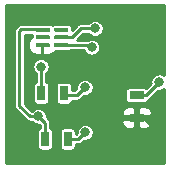
<source format=gbr>
%TF.GenerationSoftware,KiCad,Pcbnew,(5.1.6)-1*%
%TF.CreationDate,2021-03-06T11:00:20-06:00*%
%TF.ProjectId,tsl2591_smaller,74736c32-3539-4315-9f73-6d616c6c6572,rev?*%
%TF.SameCoordinates,Original*%
%TF.FileFunction,Copper,L1,Top*%
%TF.FilePolarity,Positive*%
%FSLAX46Y46*%
G04 Gerber Fmt 4.6, Leading zero omitted, Abs format (unit mm)*
G04 Created by KiCad (PCBNEW (5.1.6)-1) date 2021-03-06 11:00:20*
%MOMM*%
%LPD*%
G01*
G04 APERTURE LIST*
%TA.AperFunction,SMDPad,CuDef*%
%ADD10C,0.100000*%
%TD*%
%TA.AperFunction,SMDPad,CuDef*%
%ADD11R,0.700000X1.300000*%
%TD*%
%TA.AperFunction,SMDPad,CuDef*%
%ADD12R,1.300000X0.700000*%
%TD*%
%TA.AperFunction,ViaPad*%
%ADD13C,0.800000*%
%TD*%
%TA.AperFunction,Conductor*%
%ADD14C,0.250000*%
%TD*%
%TA.AperFunction,Conductor*%
%ADD15C,0.254000*%
%TD*%
G04 APERTURE END LIST*
%TA.AperFunction,SMDPad,CuDef*%
D10*
%TO.P,U1,1*%
%TO.N,/SCL_out*%
G36*
X182175000Y-78625000D02*
G01*
X180975000Y-78625000D01*
X180975000Y-78275000D01*
X182175000Y-78275000D01*
X182175000Y-78625000D01*
G37*
%TD.AperFunction*%
%TA.AperFunction,SMDPad,CuDef*%
%TO.P,U1,3*%
%TO.N,GND*%
G36*
X182000098Y-79574510D02*
G01*
X182000191Y-79574538D01*
X182000278Y-79574584D01*
X182000354Y-79574646D01*
X182000416Y-79574722D01*
X182000462Y-79574809D01*
X182000490Y-79574902D01*
X182000500Y-79575000D01*
X182000500Y-79575211D01*
X182008587Y-79575211D01*
X182025678Y-79576894D01*
X182042522Y-79580245D01*
X182058956Y-79585230D01*
X182074822Y-79591802D01*
X182089968Y-79599897D01*
X182104247Y-79609439D01*
X182117523Y-79620334D01*
X182129666Y-79632477D01*
X182140561Y-79645753D01*
X182150103Y-79660032D01*
X182158198Y-79675178D01*
X182164770Y-79691044D01*
X182169755Y-79707478D01*
X182173106Y-79724322D01*
X182174789Y-79741413D01*
X182174789Y-79758587D01*
X182173106Y-79775678D01*
X182169755Y-79792522D01*
X182164770Y-79808956D01*
X182158198Y-79824822D01*
X182150103Y-79839968D01*
X182140561Y-79854247D01*
X182129666Y-79867523D01*
X182117523Y-79879666D01*
X182104247Y-79890561D01*
X182089968Y-79900103D01*
X182074822Y-79908198D01*
X182058956Y-79914770D01*
X182042522Y-79919755D01*
X182025678Y-79923106D01*
X182008587Y-79924789D01*
X182000500Y-79924789D01*
X182000500Y-79925000D01*
X182000490Y-79925098D01*
X182000462Y-79925191D01*
X182000416Y-79925278D01*
X182000354Y-79925354D01*
X182000278Y-79925416D01*
X182000191Y-79925462D01*
X182000098Y-79925490D01*
X182000000Y-79925500D01*
X180975000Y-79925500D01*
X180974902Y-79925490D01*
X180974809Y-79925462D01*
X180974722Y-79925416D01*
X180974646Y-79925354D01*
X180974584Y-79925278D01*
X180974538Y-79925191D01*
X180974510Y-79925098D01*
X180974500Y-79925000D01*
X180974500Y-79575000D01*
X180974510Y-79574902D01*
X180974538Y-79574809D01*
X180974584Y-79574722D01*
X180974646Y-79574646D01*
X180974722Y-79574584D01*
X180974809Y-79574538D01*
X180974902Y-79574510D01*
X180975000Y-79574500D01*
X182000000Y-79574500D01*
X182000098Y-79574510D01*
G37*
%TD.AperFunction*%
%TA.AperFunction,SMDPad,CuDef*%
%TO.P,U1,6*%
%TO.N,/SDA_out*%
G36*
X182649902Y-79925490D02*
G01*
X182649809Y-79925462D01*
X182649722Y-79925416D01*
X182649646Y-79925354D01*
X182649584Y-79925278D01*
X182649538Y-79925191D01*
X182649510Y-79925098D01*
X182649500Y-79925000D01*
X182649500Y-79924789D01*
X182641413Y-79924789D01*
X182624322Y-79923106D01*
X182607478Y-79919755D01*
X182591044Y-79914770D01*
X182575178Y-79908198D01*
X182560032Y-79900103D01*
X182545753Y-79890561D01*
X182532477Y-79879666D01*
X182520334Y-79867523D01*
X182509439Y-79854247D01*
X182499897Y-79839968D01*
X182491802Y-79824822D01*
X182485230Y-79808956D01*
X182480245Y-79792522D01*
X182476894Y-79775678D01*
X182475211Y-79758587D01*
X182475211Y-79741413D01*
X182476894Y-79724322D01*
X182480245Y-79707478D01*
X182485230Y-79691044D01*
X182491802Y-79675178D01*
X182499897Y-79660032D01*
X182509439Y-79645753D01*
X182520334Y-79632477D01*
X182532477Y-79620334D01*
X182545753Y-79609439D01*
X182560032Y-79599897D01*
X182575178Y-79591802D01*
X182591044Y-79585230D01*
X182607478Y-79580245D01*
X182624322Y-79576894D01*
X182641413Y-79575211D01*
X182649500Y-79575211D01*
X182649500Y-79575000D01*
X182649510Y-79574902D01*
X182649538Y-79574809D01*
X182649584Y-79574722D01*
X182649646Y-79574646D01*
X182649722Y-79574584D01*
X182649809Y-79574538D01*
X182649902Y-79574510D01*
X182650000Y-79574500D01*
X183675000Y-79574500D01*
X183675098Y-79574510D01*
X183675191Y-79574538D01*
X183675278Y-79574584D01*
X183675354Y-79574646D01*
X183675416Y-79574722D01*
X183675462Y-79574809D01*
X183675490Y-79574902D01*
X183675500Y-79575000D01*
X183675500Y-79925000D01*
X183675490Y-79925098D01*
X183675462Y-79925191D01*
X183675416Y-79925278D01*
X183675354Y-79925354D01*
X183675278Y-79925416D01*
X183675191Y-79925462D01*
X183675098Y-79925490D01*
X183675000Y-79925500D01*
X182650000Y-79925500D01*
X182649902Y-79925490D01*
G37*
%TD.AperFunction*%
%TA.AperFunction,SMDPad,CuDef*%
%TO.P,U1,4*%
%TO.N,N/C*%
G36*
X182649902Y-78625490D02*
G01*
X182649809Y-78625462D01*
X182649722Y-78625416D01*
X182649646Y-78625354D01*
X182649584Y-78625278D01*
X182649538Y-78625191D01*
X182649510Y-78625098D01*
X182649500Y-78625000D01*
X182649500Y-78624789D01*
X182641413Y-78624789D01*
X182624322Y-78623106D01*
X182607478Y-78619755D01*
X182591044Y-78614770D01*
X182575178Y-78608198D01*
X182560032Y-78600103D01*
X182545753Y-78590561D01*
X182532477Y-78579666D01*
X182520334Y-78567523D01*
X182509439Y-78554247D01*
X182499897Y-78539968D01*
X182491802Y-78524822D01*
X182485230Y-78508956D01*
X182480245Y-78492522D01*
X182476894Y-78475678D01*
X182475211Y-78458587D01*
X182475211Y-78441413D01*
X182476894Y-78424322D01*
X182480245Y-78407478D01*
X182485230Y-78391044D01*
X182491802Y-78375178D01*
X182499897Y-78360032D01*
X182509439Y-78345753D01*
X182520334Y-78332477D01*
X182532477Y-78320334D01*
X182545753Y-78309439D01*
X182560032Y-78299897D01*
X182575178Y-78291802D01*
X182591044Y-78285230D01*
X182607478Y-78280245D01*
X182624322Y-78276894D01*
X182641413Y-78275211D01*
X182649500Y-78275211D01*
X182649500Y-78275000D01*
X182649510Y-78274902D01*
X182649538Y-78274809D01*
X182649584Y-78274722D01*
X182649646Y-78274646D01*
X182649722Y-78274584D01*
X182649809Y-78274538D01*
X182649902Y-78274510D01*
X182650000Y-78274500D01*
X183675000Y-78274500D01*
X183675098Y-78274510D01*
X183675191Y-78274538D01*
X183675278Y-78274584D01*
X183675354Y-78274646D01*
X183675416Y-78274722D01*
X183675462Y-78274809D01*
X183675490Y-78274902D01*
X183675500Y-78275000D01*
X183675500Y-78625000D01*
X183675490Y-78625098D01*
X183675462Y-78625191D01*
X183675416Y-78625278D01*
X183675354Y-78625354D01*
X183675278Y-78625416D01*
X183675191Y-78625462D01*
X183675098Y-78625490D01*
X183675000Y-78625500D01*
X182650000Y-78625500D01*
X182649902Y-78625490D01*
G37*
%TD.AperFunction*%
%TA.AperFunction,SMDPad,CuDef*%
%TO.P,U1,5*%
%TO.N,+3V3*%
G36*
X182649902Y-79275490D02*
G01*
X182649809Y-79275462D01*
X182649722Y-79275416D01*
X182649646Y-79275354D01*
X182649584Y-79275278D01*
X182649538Y-79275191D01*
X182649510Y-79275098D01*
X182649500Y-79275000D01*
X182649500Y-79274789D01*
X182641413Y-79274789D01*
X182624322Y-79273106D01*
X182607478Y-79269755D01*
X182591044Y-79264770D01*
X182575178Y-79258198D01*
X182560032Y-79250103D01*
X182545753Y-79240561D01*
X182532477Y-79229666D01*
X182520334Y-79217523D01*
X182509439Y-79204247D01*
X182499897Y-79189968D01*
X182491802Y-79174822D01*
X182485230Y-79158956D01*
X182480245Y-79142522D01*
X182476894Y-79125678D01*
X182475211Y-79108587D01*
X182475211Y-79091413D01*
X182476894Y-79074322D01*
X182480245Y-79057478D01*
X182485230Y-79041044D01*
X182491802Y-79025178D01*
X182499897Y-79010032D01*
X182509439Y-78995753D01*
X182520334Y-78982477D01*
X182532477Y-78970334D01*
X182545753Y-78959439D01*
X182560032Y-78949897D01*
X182575178Y-78941802D01*
X182591044Y-78935230D01*
X182607478Y-78930245D01*
X182624322Y-78926894D01*
X182641413Y-78925211D01*
X182649500Y-78925211D01*
X182649500Y-78925000D01*
X182649510Y-78924902D01*
X182649538Y-78924809D01*
X182649584Y-78924722D01*
X182649646Y-78924646D01*
X182649722Y-78924584D01*
X182649809Y-78924538D01*
X182649902Y-78924510D01*
X182650000Y-78924500D01*
X183675000Y-78924500D01*
X183675098Y-78924510D01*
X183675191Y-78924538D01*
X183675278Y-78924584D01*
X183675354Y-78924646D01*
X183675416Y-78924722D01*
X183675462Y-78924809D01*
X183675490Y-78924902D01*
X183675500Y-78925000D01*
X183675500Y-79275000D01*
X183675490Y-79275098D01*
X183675462Y-79275191D01*
X183675416Y-79275278D01*
X183675354Y-79275354D01*
X183675278Y-79275416D01*
X183675191Y-79275462D01*
X183675098Y-79275490D01*
X183675000Y-79275500D01*
X182650000Y-79275500D01*
X182649902Y-79275490D01*
G37*
%TD.AperFunction*%
%TA.AperFunction,SMDPad,CuDef*%
%TO.P,U1,2*%
%TO.N,N/C*%
G36*
X182000098Y-78924510D02*
G01*
X182000191Y-78924538D01*
X182000278Y-78924584D01*
X182000354Y-78924646D01*
X182000416Y-78924722D01*
X182000462Y-78924809D01*
X182000490Y-78924902D01*
X182000500Y-78925000D01*
X182000500Y-78925211D01*
X182008587Y-78925211D01*
X182025678Y-78926894D01*
X182042522Y-78930245D01*
X182058956Y-78935230D01*
X182074822Y-78941802D01*
X182089968Y-78949897D01*
X182104247Y-78959439D01*
X182117523Y-78970334D01*
X182129666Y-78982477D01*
X182140561Y-78995753D01*
X182150103Y-79010032D01*
X182158198Y-79025178D01*
X182164770Y-79041044D01*
X182169755Y-79057478D01*
X182173106Y-79074322D01*
X182174789Y-79091413D01*
X182174789Y-79108587D01*
X182173106Y-79125678D01*
X182169755Y-79142522D01*
X182164770Y-79158956D01*
X182158198Y-79174822D01*
X182150103Y-79189968D01*
X182140561Y-79204247D01*
X182129666Y-79217523D01*
X182117523Y-79229666D01*
X182104247Y-79240561D01*
X182089968Y-79250103D01*
X182074822Y-79258198D01*
X182058956Y-79264770D01*
X182042522Y-79269755D01*
X182025678Y-79273106D01*
X182008587Y-79274789D01*
X182000500Y-79274789D01*
X182000500Y-79275000D01*
X182000490Y-79275098D01*
X182000462Y-79275191D01*
X182000416Y-79275278D01*
X182000354Y-79275354D01*
X182000278Y-79275416D01*
X182000191Y-79275462D01*
X182000098Y-79275490D01*
X182000000Y-79275500D01*
X180975000Y-79275500D01*
X180974902Y-79275490D01*
X180974809Y-79275462D01*
X180974722Y-79275416D01*
X180974646Y-79275354D01*
X180974584Y-79275278D01*
X180974538Y-79275191D01*
X180974510Y-79275098D01*
X180974500Y-79275000D01*
X180974500Y-78925000D01*
X180974510Y-78924902D01*
X180974538Y-78924809D01*
X180974584Y-78924722D01*
X180974646Y-78924646D01*
X180974722Y-78924584D01*
X180974809Y-78924538D01*
X180974902Y-78924510D01*
X180975000Y-78924500D01*
X182000000Y-78924500D01*
X182000098Y-78924510D01*
G37*
%TD.AperFunction*%
%TD*%
D11*
%TO.P,R2,1*%
%TO.N,+3V3*%
X183325000Y-83825000D03*
%TO.P,R2,2*%
%TO.N,/SDA_out*%
X181425000Y-83825000D03*
%TD*%
%TO.P,R1,1*%
%TO.N,+3V3*%
X183650000Y-87700000D03*
%TO.P,R1,2*%
%TO.N,/SCL_out*%
X181750000Y-87700000D03*
%TD*%
D12*
%TO.P,C1,1*%
%TO.N,GND*%
X189500000Y-85900000D03*
%TO.P,C1,2*%
%TO.N,+3V3*%
X189500000Y-84000000D03*
%TD*%
D13*
%TO.N,+3V3*%
X185125000Y-83325000D03*
X185150000Y-87125000D03*
X191400000Y-82875000D03*
X185975000Y-78325000D03*
%TO.N,GND*%
X191250000Y-87625000D03*
%TO.N,/SCL_out*%
X181175000Y-85775000D03*
%TO.N,/SDA_out*%
X181400000Y-81575000D03*
X185700000Y-79925000D03*
%TD*%
D14*
%TO.N,+3V3*%
X184450000Y-84000000D02*
X183500000Y-84000000D01*
X184450000Y-84000000D02*
X185125000Y-83325000D01*
X185125000Y-83325000D02*
X185125000Y-83325000D01*
X182650000Y-79100000D02*
X184000000Y-79100000D01*
X184000000Y-79100000D02*
X184775000Y-78325000D01*
X184775000Y-78325000D02*
X184775000Y-78325000D01*
X183650000Y-87700000D02*
X184575000Y-87700000D01*
X184575000Y-87700000D02*
X185150000Y-87125000D01*
X185150000Y-87125000D02*
X185150000Y-87125000D01*
X189500000Y-84000000D02*
X190275000Y-84000000D01*
X190275000Y-84000000D02*
X191175000Y-83100000D01*
X191175000Y-83100000D02*
X191400000Y-82875000D01*
X191400000Y-82875000D02*
X191400000Y-82875000D01*
X184775000Y-78325000D02*
X185975000Y-78325000D01*
X185975000Y-78325000D02*
X185975000Y-78325000D01*
%TO.N,GND*%
X189500000Y-85900000D02*
X190150000Y-85900000D01*
X191250000Y-87000000D02*
X191250000Y-87625000D01*
X190150000Y-85900000D02*
X191250000Y-87000000D01*
X181500000Y-79750000D02*
X181525000Y-79775000D01*
X182000000Y-79750000D02*
X181500000Y-79750000D01*
X182000000Y-79750000D02*
X181425000Y-79750000D01*
X181425000Y-79750000D02*
X181475000Y-79800000D01*
X181475000Y-79800000D02*
X181475000Y-80625000D01*
%TO.N,/SCL_out*%
X181175000Y-85775000D02*
X181750000Y-86350000D01*
X181750000Y-86350000D02*
X181750000Y-87225000D01*
X181175000Y-85775000D02*
X180450000Y-85775000D01*
X180450000Y-85775000D02*
X179575000Y-84900000D01*
X179575000Y-84900000D02*
X179575000Y-78525000D01*
X179575000Y-78525000D02*
X179675000Y-78425000D01*
X179675000Y-78425000D02*
X181400000Y-78425000D01*
%TO.N,/SDA_out*%
X181400000Y-83100000D02*
X181400000Y-83325000D01*
X182650000Y-79750000D02*
X184700000Y-79750000D01*
X181400000Y-83100000D02*
X181400000Y-81575000D01*
X181400000Y-81575000D02*
X181400000Y-81575000D01*
X184700000Y-79750000D02*
X185525000Y-79750000D01*
X185525000Y-79750000D02*
X185700000Y-79925000D01*
X185700000Y-79925000D02*
X185700000Y-79925000D01*
%TD*%
D15*
%TO.N,GND*%
G36*
X191798001Y-82266580D02*
G01*
X191744364Y-82230741D01*
X191612058Y-82175938D01*
X191471603Y-82148000D01*
X191328397Y-82148000D01*
X191187942Y-82175938D01*
X191055636Y-82230741D01*
X190936564Y-82310302D01*
X190835302Y-82411564D01*
X190755741Y-82530636D01*
X190700938Y-82662942D01*
X190673000Y-82803397D01*
X190673000Y-82946603D01*
X190675683Y-82960092D01*
X190284608Y-83351168D01*
X190275743Y-83346430D01*
X190214103Y-83327732D01*
X190150000Y-83321418D01*
X188850000Y-83321418D01*
X188785897Y-83327732D01*
X188724257Y-83346430D01*
X188667450Y-83376794D01*
X188617657Y-83417657D01*
X188576794Y-83467450D01*
X188546430Y-83524257D01*
X188527732Y-83585897D01*
X188521418Y-83650000D01*
X188521418Y-84350000D01*
X188527732Y-84414103D01*
X188546430Y-84475743D01*
X188576794Y-84532550D01*
X188617657Y-84582343D01*
X188667450Y-84623206D01*
X188724257Y-84653570D01*
X188785897Y-84672268D01*
X188850000Y-84678582D01*
X190150000Y-84678582D01*
X190214103Y-84672268D01*
X190275743Y-84653570D01*
X190332550Y-84623206D01*
X190382343Y-84582343D01*
X190423206Y-84532550D01*
X190453570Y-84475743D01*
X190472268Y-84414103D01*
X190472999Y-84406685D01*
X190527333Y-84377643D01*
X190596159Y-84321159D01*
X190610323Y-84303900D01*
X191314908Y-83599317D01*
X191328397Y-83602000D01*
X191471603Y-83602000D01*
X191612058Y-83574062D01*
X191744364Y-83519259D01*
X191798000Y-83483420D01*
X191798000Y-89773000D01*
X178402000Y-89773000D01*
X178402000Y-78525000D01*
X179120813Y-78525000D01*
X179123001Y-78547215D01*
X179123000Y-84877795D01*
X179120813Y-84900000D01*
X179123000Y-84922204D01*
X179129540Y-84988606D01*
X179155386Y-85073809D01*
X179197357Y-85152332D01*
X179253841Y-85221159D01*
X179271100Y-85235323D01*
X180114681Y-86078905D01*
X180128841Y-86096159D01*
X180197667Y-86152643D01*
X180276190Y-86194614D01*
X180361392Y-86220460D01*
X180450000Y-86229187D01*
X180472205Y-86227000D01*
X180602661Y-86227000D01*
X180610302Y-86238436D01*
X180711564Y-86339698D01*
X180830636Y-86419259D01*
X180962942Y-86474062D01*
X181103397Y-86502000D01*
X181246603Y-86502000D01*
X181260093Y-86499317D01*
X181298000Y-86537224D01*
X181298000Y-86739228D01*
X181274257Y-86746430D01*
X181217450Y-86776794D01*
X181167657Y-86817657D01*
X181126794Y-86867450D01*
X181096430Y-86924257D01*
X181077732Y-86985897D01*
X181071418Y-87050000D01*
X181071418Y-88350000D01*
X181077732Y-88414103D01*
X181096430Y-88475743D01*
X181126794Y-88532550D01*
X181167657Y-88582343D01*
X181217450Y-88623206D01*
X181274257Y-88653570D01*
X181335897Y-88672268D01*
X181400000Y-88678582D01*
X182100000Y-88678582D01*
X182164103Y-88672268D01*
X182225743Y-88653570D01*
X182282550Y-88623206D01*
X182332343Y-88582343D01*
X182373206Y-88532550D01*
X182403570Y-88475743D01*
X182422268Y-88414103D01*
X182428582Y-88350000D01*
X182428582Y-87050000D01*
X182971418Y-87050000D01*
X182971418Y-88350000D01*
X182977732Y-88414103D01*
X182996430Y-88475743D01*
X183026794Y-88532550D01*
X183067657Y-88582343D01*
X183117450Y-88623206D01*
X183174257Y-88653570D01*
X183235897Y-88672268D01*
X183300000Y-88678582D01*
X184000000Y-88678582D01*
X184064103Y-88672268D01*
X184125743Y-88653570D01*
X184182550Y-88623206D01*
X184232343Y-88582343D01*
X184273206Y-88532550D01*
X184303570Y-88475743D01*
X184322268Y-88414103D01*
X184328582Y-88350000D01*
X184328582Y-88152000D01*
X184552795Y-88152000D01*
X184575000Y-88154187D01*
X184597205Y-88152000D01*
X184663607Y-88145460D01*
X184748810Y-88119614D01*
X184827333Y-88077643D01*
X184896159Y-88021159D01*
X184910323Y-88003900D01*
X185064907Y-87849317D01*
X185078397Y-87852000D01*
X185221603Y-87852000D01*
X185362058Y-87824062D01*
X185494364Y-87769259D01*
X185613436Y-87689698D01*
X185714698Y-87588436D01*
X185794259Y-87469364D01*
X185849062Y-87337058D01*
X185877000Y-87196603D01*
X185877000Y-87053397D01*
X185849062Y-86912942D01*
X185794259Y-86780636D01*
X185714698Y-86661564D01*
X185613436Y-86560302D01*
X185494364Y-86480741D01*
X185362058Y-86425938D01*
X185221603Y-86398000D01*
X185078397Y-86398000D01*
X184937942Y-86425938D01*
X184805636Y-86480741D01*
X184686564Y-86560302D01*
X184585302Y-86661564D01*
X184505741Y-86780636D01*
X184450938Y-86912942D01*
X184423000Y-87053397D01*
X184423000Y-87196603D01*
X184425683Y-87210093D01*
X184387777Y-87248000D01*
X184328582Y-87248000D01*
X184328582Y-87050000D01*
X184322268Y-86985897D01*
X184303570Y-86924257D01*
X184273206Y-86867450D01*
X184232343Y-86817657D01*
X184182550Y-86776794D01*
X184125743Y-86746430D01*
X184064103Y-86727732D01*
X184000000Y-86721418D01*
X183300000Y-86721418D01*
X183235897Y-86727732D01*
X183174257Y-86746430D01*
X183117450Y-86776794D01*
X183067657Y-86817657D01*
X183026794Y-86867450D01*
X182996430Y-86924257D01*
X182977732Y-86985897D01*
X182971418Y-87050000D01*
X182428582Y-87050000D01*
X182422268Y-86985897D01*
X182403570Y-86924257D01*
X182373206Y-86867450D01*
X182332343Y-86817657D01*
X182282550Y-86776794D01*
X182225743Y-86746430D01*
X182202000Y-86739228D01*
X182202000Y-86372205D01*
X182204187Y-86350000D01*
X182195460Y-86261392D01*
X182192005Y-86250000D01*
X188211928Y-86250000D01*
X188224188Y-86374482D01*
X188260498Y-86494180D01*
X188319463Y-86604494D01*
X188398815Y-86701185D01*
X188495506Y-86780537D01*
X188605820Y-86839502D01*
X188725518Y-86875812D01*
X188850000Y-86888072D01*
X189214250Y-86885000D01*
X189373000Y-86726250D01*
X189373000Y-86027000D01*
X189627000Y-86027000D01*
X189627000Y-86726250D01*
X189785750Y-86885000D01*
X190150000Y-86888072D01*
X190274482Y-86875812D01*
X190394180Y-86839502D01*
X190504494Y-86780537D01*
X190601185Y-86701185D01*
X190680537Y-86604494D01*
X190739502Y-86494180D01*
X190775812Y-86374482D01*
X190788072Y-86250000D01*
X190785000Y-86185750D01*
X190626250Y-86027000D01*
X189627000Y-86027000D01*
X189373000Y-86027000D01*
X188373750Y-86027000D01*
X188215000Y-86185750D01*
X188211928Y-86250000D01*
X182192005Y-86250000D01*
X182169614Y-86176190D01*
X182134402Y-86110313D01*
X182127643Y-86097667D01*
X182071159Y-86028841D01*
X182053906Y-86014682D01*
X181899317Y-85860093D01*
X181902000Y-85846603D01*
X181902000Y-85703397D01*
X181874062Y-85562942D01*
X181868702Y-85550000D01*
X188211928Y-85550000D01*
X188215000Y-85614250D01*
X188373750Y-85773000D01*
X189373000Y-85773000D01*
X189373000Y-85073750D01*
X189627000Y-85073750D01*
X189627000Y-85773000D01*
X190626250Y-85773000D01*
X190785000Y-85614250D01*
X190788072Y-85550000D01*
X190775812Y-85425518D01*
X190739502Y-85305820D01*
X190680537Y-85195506D01*
X190601185Y-85098815D01*
X190504494Y-85019463D01*
X190394180Y-84960498D01*
X190274482Y-84924188D01*
X190150000Y-84911928D01*
X189785750Y-84915000D01*
X189627000Y-85073750D01*
X189373000Y-85073750D01*
X189214250Y-84915000D01*
X188850000Y-84911928D01*
X188725518Y-84924188D01*
X188605820Y-84960498D01*
X188495506Y-85019463D01*
X188398815Y-85098815D01*
X188319463Y-85195506D01*
X188260498Y-85305820D01*
X188224188Y-85425518D01*
X188211928Y-85550000D01*
X181868702Y-85550000D01*
X181819259Y-85430636D01*
X181739698Y-85311564D01*
X181638436Y-85210302D01*
X181519364Y-85130741D01*
X181387058Y-85075938D01*
X181246603Y-85048000D01*
X181103397Y-85048000D01*
X180962942Y-85075938D01*
X180830636Y-85130741D01*
X180711564Y-85210302D01*
X180618045Y-85303821D01*
X180027000Y-84712777D01*
X180027000Y-81503397D01*
X180673000Y-81503397D01*
X180673000Y-81646603D01*
X180700938Y-81787058D01*
X180755741Y-81919364D01*
X180835302Y-82038436D01*
X180936564Y-82139698D01*
X180948001Y-82147340D01*
X180948000Y-82872102D01*
X180892450Y-82901794D01*
X180842657Y-82942657D01*
X180801794Y-82992450D01*
X180771430Y-83049257D01*
X180752732Y-83110897D01*
X180746418Y-83175000D01*
X180746418Y-84475000D01*
X180752732Y-84539103D01*
X180771430Y-84600743D01*
X180801794Y-84657550D01*
X180842657Y-84707343D01*
X180892450Y-84748206D01*
X180949257Y-84778570D01*
X181010897Y-84797268D01*
X181075000Y-84803582D01*
X181775000Y-84803582D01*
X181839103Y-84797268D01*
X181900743Y-84778570D01*
X181957550Y-84748206D01*
X182007343Y-84707343D01*
X182048206Y-84657550D01*
X182078570Y-84600743D01*
X182097268Y-84539103D01*
X182103582Y-84475000D01*
X182103582Y-83175000D01*
X182646418Y-83175000D01*
X182646418Y-84475000D01*
X182652732Y-84539103D01*
X182671430Y-84600743D01*
X182701794Y-84657550D01*
X182742657Y-84707343D01*
X182792450Y-84748206D01*
X182849257Y-84778570D01*
X182910897Y-84797268D01*
X182975000Y-84803582D01*
X183675000Y-84803582D01*
X183739103Y-84797268D01*
X183800743Y-84778570D01*
X183857550Y-84748206D01*
X183907343Y-84707343D01*
X183948206Y-84657550D01*
X183978570Y-84600743D01*
X183997268Y-84539103D01*
X184003582Y-84475000D01*
X184003582Y-84452000D01*
X184427795Y-84452000D01*
X184450000Y-84454187D01*
X184472205Y-84452000D01*
X184538607Y-84445460D01*
X184623810Y-84419614D01*
X184702333Y-84377643D01*
X184771159Y-84321159D01*
X184785323Y-84303900D01*
X185039907Y-84049317D01*
X185053397Y-84052000D01*
X185196603Y-84052000D01*
X185337058Y-84024062D01*
X185469364Y-83969259D01*
X185588436Y-83889698D01*
X185689698Y-83788436D01*
X185769259Y-83669364D01*
X185824062Y-83537058D01*
X185852000Y-83396603D01*
X185852000Y-83253397D01*
X185824062Y-83112942D01*
X185769259Y-82980636D01*
X185689698Y-82861564D01*
X185588436Y-82760302D01*
X185469364Y-82680741D01*
X185337058Y-82625938D01*
X185196603Y-82598000D01*
X185053397Y-82598000D01*
X184912942Y-82625938D01*
X184780636Y-82680741D01*
X184661564Y-82760302D01*
X184560302Y-82861564D01*
X184480741Y-82980636D01*
X184425938Y-83112942D01*
X184398000Y-83253397D01*
X184398000Y-83396603D01*
X184400683Y-83410093D01*
X184262777Y-83548000D01*
X184003582Y-83548000D01*
X184003582Y-83175000D01*
X183997268Y-83110897D01*
X183978570Y-83049257D01*
X183948206Y-82992450D01*
X183907343Y-82942657D01*
X183857550Y-82901794D01*
X183800743Y-82871430D01*
X183739103Y-82852732D01*
X183675000Y-82846418D01*
X182975000Y-82846418D01*
X182910897Y-82852732D01*
X182849257Y-82871430D01*
X182792450Y-82901794D01*
X182742657Y-82942657D01*
X182701794Y-82992450D01*
X182671430Y-83049257D01*
X182652732Y-83110897D01*
X182646418Y-83175000D01*
X182103582Y-83175000D01*
X182097268Y-83110897D01*
X182078570Y-83049257D01*
X182048206Y-82992450D01*
X182007343Y-82942657D01*
X181957550Y-82901794D01*
X181900743Y-82871430D01*
X181852000Y-82856644D01*
X181852000Y-82147339D01*
X181863436Y-82139698D01*
X181964698Y-82038436D01*
X182044259Y-81919364D01*
X182099062Y-81787058D01*
X182127000Y-81646603D01*
X182127000Y-81503397D01*
X182099062Y-81362942D01*
X182044259Y-81230636D01*
X181964698Y-81111564D01*
X181863436Y-81010302D01*
X181744364Y-80930741D01*
X181612058Y-80875938D01*
X181471603Y-80848000D01*
X181328397Y-80848000D01*
X181187942Y-80875938D01*
X181055636Y-80930741D01*
X180936564Y-81010302D01*
X180835302Y-81111564D01*
X180755741Y-81230636D01*
X180700938Y-81362942D01*
X180673000Y-81503397D01*
X180027000Y-81503397D01*
X180027000Y-78877000D01*
X180650529Y-78877000D01*
X180647625Y-78891546D01*
X180647615Y-78891644D01*
X180645918Y-78925000D01*
X180645918Y-79030759D01*
X180571380Y-79080164D01*
X180571304Y-79080226D01*
X180480226Y-79171304D01*
X180480164Y-79171380D01*
X180410506Y-79276474D01*
X180410460Y-79276561D01*
X180363557Y-79390858D01*
X180363529Y-79390951D01*
X180339734Y-79510129D01*
X180339724Y-79510227D01*
X180336428Y-79575000D01*
X180336428Y-79925000D01*
X180339724Y-79989773D01*
X180339734Y-79989871D01*
X180363529Y-80109049D01*
X180363557Y-80109142D01*
X180410460Y-80223439D01*
X180410506Y-80223526D01*
X180480164Y-80328620D01*
X180480226Y-80328696D01*
X180571304Y-80419774D01*
X180571380Y-80419836D01*
X180676474Y-80489494D01*
X180676561Y-80489540D01*
X180790858Y-80536443D01*
X180790951Y-80536471D01*
X180910129Y-80560266D01*
X180910227Y-80560276D01*
X180975000Y-80563572D01*
X182000000Y-80563572D01*
X182064773Y-80560276D01*
X182064871Y-80560266D01*
X182091918Y-80554866D01*
X182141620Y-80549971D01*
X182175267Y-80543279D01*
X182294994Y-80506961D01*
X182326688Y-80493832D01*
X182436978Y-80434880D01*
X182465503Y-80415821D01*
X182562204Y-80336462D01*
X182586462Y-80312204D01*
X182634795Y-80253308D01*
X182650000Y-80254082D01*
X183675000Y-80254082D01*
X183708356Y-80252385D01*
X183708454Y-80252375D01*
X183769826Y-80240121D01*
X183769919Y-80240093D01*
X183828777Y-80215940D01*
X183828864Y-80215894D01*
X183849826Y-80202000D01*
X185027838Y-80202000D01*
X185055741Y-80269364D01*
X185135302Y-80388436D01*
X185236564Y-80489698D01*
X185355636Y-80569259D01*
X185487942Y-80624062D01*
X185628397Y-80652000D01*
X185771603Y-80652000D01*
X185912058Y-80624062D01*
X186044364Y-80569259D01*
X186163436Y-80489698D01*
X186264698Y-80388436D01*
X186344259Y-80269364D01*
X186399062Y-80137058D01*
X186427000Y-79996603D01*
X186427000Y-79853397D01*
X186399062Y-79712942D01*
X186344259Y-79580636D01*
X186264698Y-79461564D01*
X186163436Y-79360302D01*
X186044364Y-79280741D01*
X185912058Y-79225938D01*
X185771603Y-79198000D01*
X185628397Y-79198000D01*
X185487942Y-79225938D01*
X185355636Y-79280741D01*
X185329806Y-79298000D01*
X184441223Y-79298000D01*
X184962224Y-78777000D01*
X185402661Y-78777000D01*
X185410302Y-78788436D01*
X185511564Y-78889698D01*
X185630636Y-78969259D01*
X185762942Y-79024062D01*
X185903397Y-79052000D01*
X186046603Y-79052000D01*
X186187058Y-79024062D01*
X186319364Y-78969259D01*
X186438436Y-78889698D01*
X186539698Y-78788436D01*
X186619259Y-78669364D01*
X186674062Y-78537058D01*
X186702000Y-78396603D01*
X186702000Y-78253397D01*
X186674062Y-78112942D01*
X186619259Y-77980636D01*
X186539698Y-77861564D01*
X186438436Y-77760302D01*
X186319364Y-77680741D01*
X186187058Y-77625938D01*
X186046603Y-77598000D01*
X185903397Y-77598000D01*
X185762942Y-77625938D01*
X185630636Y-77680741D01*
X185511564Y-77760302D01*
X185410302Y-77861564D01*
X185402661Y-77873000D01*
X184797205Y-77873000D01*
X184775000Y-77870813D01*
X184686392Y-77879540D01*
X184601190Y-77905386D01*
X184522667Y-77947357D01*
X184453841Y-78003841D01*
X184439681Y-78021095D01*
X184004082Y-78456695D01*
X184004082Y-78275000D01*
X184002385Y-78241644D01*
X184002375Y-78241546D01*
X183990121Y-78180174D01*
X183990093Y-78180081D01*
X183965940Y-78121223D01*
X183965894Y-78121136D01*
X183930023Y-78067017D01*
X183929961Y-78066941D01*
X183883059Y-78020039D01*
X183882983Y-78019977D01*
X183828864Y-77984106D01*
X183828777Y-77984060D01*
X183769919Y-77959907D01*
X183769826Y-77959879D01*
X183708454Y-77947625D01*
X183708356Y-77947615D01*
X183675000Y-77945918D01*
X182650000Y-77945918D01*
X182616644Y-77947615D01*
X182616546Y-77947625D01*
X182604279Y-77950074D01*
X182568751Y-77953573D01*
X182535104Y-77960265D01*
X182473450Y-77978968D01*
X182441756Y-77992097D01*
X182384961Y-78022455D01*
X182383729Y-78023278D01*
X182357550Y-78001794D01*
X182300743Y-77971430D01*
X182239103Y-77952732D01*
X182175000Y-77946418D01*
X180975000Y-77946418D01*
X180910897Y-77952732D01*
X180849257Y-77971430D01*
X180846320Y-77973000D01*
X179697204Y-77973000D01*
X179674999Y-77970813D01*
X179586392Y-77979540D01*
X179571341Y-77984106D01*
X179501190Y-78005386D01*
X179422667Y-78047357D01*
X179353841Y-78103841D01*
X179339680Y-78121096D01*
X179271095Y-78189682D01*
X179253842Y-78203841D01*
X179197358Y-78272667D01*
X179155386Y-78351191D01*
X179129540Y-78436393D01*
X179120813Y-78525000D01*
X178402000Y-78525000D01*
X178402000Y-76377000D01*
X191798001Y-76377000D01*
X191798001Y-82266580D01*
G37*
X191798001Y-82266580D02*
X191744364Y-82230741D01*
X191612058Y-82175938D01*
X191471603Y-82148000D01*
X191328397Y-82148000D01*
X191187942Y-82175938D01*
X191055636Y-82230741D01*
X190936564Y-82310302D01*
X190835302Y-82411564D01*
X190755741Y-82530636D01*
X190700938Y-82662942D01*
X190673000Y-82803397D01*
X190673000Y-82946603D01*
X190675683Y-82960092D01*
X190284608Y-83351168D01*
X190275743Y-83346430D01*
X190214103Y-83327732D01*
X190150000Y-83321418D01*
X188850000Y-83321418D01*
X188785897Y-83327732D01*
X188724257Y-83346430D01*
X188667450Y-83376794D01*
X188617657Y-83417657D01*
X188576794Y-83467450D01*
X188546430Y-83524257D01*
X188527732Y-83585897D01*
X188521418Y-83650000D01*
X188521418Y-84350000D01*
X188527732Y-84414103D01*
X188546430Y-84475743D01*
X188576794Y-84532550D01*
X188617657Y-84582343D01*
X188667450Y-84623206D01*
X188724257Y-84653570D01*
X188785897Y-84672268D01*
X188850000Y-84678582D01*
X190150000Y-84678582D01*
X190214103Y-84672268D01*
X190275743Y-84653570D01*
X190332550Y-84623206D01*
X190382343Y-84582343D01*
X190423206Y-84532550D01*
X190453570Y-84475743D01*
X190472268Y-84414103D01*
X190472999Y-84406685D01*
X190527333Y-84377643D01*
X190596159Y-84321159D01*
X190610323Y-84303900D01*
X191314908Y-83599317D01*
X191328397Y-83602000D01*
X191471603Y-83602000D01*
X191612058Y-83574062D01*
X191744364Y-83519259D01*
X191798000Y-83483420D01*
X191798000Y-89773000D01*
X178402000Y-89773000D01*
X178402000Y-78525000D01*
X179120813Y-78525000D01*
X179123001Y-78547215D01*
X179123000Y-84877795D01*
X179120813Y-84900000D01*
X179123000Y-84922204D01*
X179129540Y-84988606D01*
X179155386Y-85073809D01*
X179197357Y-85152332D01*
X179253841Y-85221159D01*
X179271100Y-85235323D01*
X180114681Y-86078905D01*
X180128841Y-86096159D01*
X180197667Y-86152643D01*
X180276190Y-86194614D01*
X180361392Y-86220460D01*
X180450000Y-86229187D01*
X180472205Y-86227000D01*
X180602661Y-86227000D01*
X180610302Y-86238436D01*
X180711564Y-86339698D01*
X180830636Y-86419259D01*
X180962942Y-86474062D01*
X181103397Y-86502000D01*
X181246603Y-86502000D01*
X181260093Y-86499317D01*
X181298000Y-86537224D01*
X181298000Y-86739228D01*
X181274257Y-86746430D01*
X181217450Y-86776794D01*
X181167657Y-86817657D01*
X181126794Y-86867450D01*
X181096430Y-86924257D01*
X181077732Y-86985897D01*
X181071418Y-87050000D01*
X181071418Y-88350000D01*
X181077732Y-88414103D01*
X181096430Y-88475743D01*
X181126794Y-88532550D01*
X181167657Y-88582343D01*
X181217450Y-88623206D01*
X181274257Y-88653570D01*
X181335897Y-88672268D01*
X181400000Y-88678582D01*
X182100000Y-88678582D01*
X182164103Y-88672268D01*
X182225743Y-88653570D01*
X182282550Y-88623206D01*
X182332343Y-88582343D01*
X182373206Y-88532550D01*
X182403570Y-88475743D01*
X182422268Y-88414103D01*
X182428582Y-88350000D01*
X182428582Y-87050000D01*
X182971418Y-87050000D01*
X182971418Y-88350000D01*
X182977732Y-88414103D01*
X182996430Y-88475743D01*
X183026794Y-88532550D01*
X183067657Y-88582343D01*
X183117450Y-88623206D01*
X183174257Y-88653570D01*
X183235897Y-88672268D01*
X183300000Y-88678582D01*
X184000000Y-88678582D01*
X184064103Y-88672268D01*
X184125743Y-88653570D01*
X184182550Y-88623206D01*
X184232343Y-88582343D01*
X184273206Y-88532550D01*
X184303570Y-88475743D01*
X184322268Y-88414103D01*
X184328582Y-88350000D01*
X184328582Y-88152000D01*
X184552795Y-88152000D01*
X184575000Y-88154187D01*
X184597205Y-88152000D01*
X184663607Y-88145460D01*
X184748810Y-88119614D01*
X184827333Y-88077643D01*
X184896159Y-88021159D01*
X184910323Y-88003900D01*
X185064907Y-87849317D01*
X185078397Y-87852000D01*
X185221603Y-87852000D01*
X185362058Y-87824062D01*
X185494364Y-87769259D01*
X185613436Y-87689698D01*
X185714698Y-87588436D01*
X185794259Y-87469364D01*
X185849062Y-87337058D01*
X185877000Y-87196603D01*
X185877000Y-87053397D01*
X185849062Y-86912942D01*
X185794259Y-86780636D01*
X185714698Y-86661564D01*
X185613436Y-86560302D01*
X185494364Y-86480741D01*
X185362058Y-86425938D01*
X185221603Y-86398000D01*
X185078397Y-86398000D01*
X184937942Y-86425938D01*
X184805636Y-86480741D01*
X184686564Y-86560302D01*
X184585302Y-86661564D01*
X184505741Y-86780636D01*
X184450938Y-86912942D01*
X184423000Y-87053397D01*
X184423000Y-87196603D01*
X184425683Y-87210093D01*
X184387777Y-87248000D01*
X184328582Y-87248000D01*
X184328582Y-87050000D01*
X184322268Y-86985897D01*
X184303570Y-86924257D01*
X184273206Y-86867450D01*
X184232343Y-86817657D01*
X184182550Y-86776794D01*
X184125743Y-86746430D01*
X184064103Y-86727732D01*
X184000000Y-86721418D01*
X183300000Y-86721418D01*
X183235897Y-86727732D01*
X183174257Y-86746430D01*
X183117450Y-86776794D01*
X183067657Y-86817657D01*
X183026794Y-86867450D01*
X182996430Y-86924257D01*
X182977732Y-86985897D01*
X182971418Y-87050000D01*
X182428582Y-87050000D01*
X182422268Y-86985897D01*
X182403570Y-86924257D01*
X182373206Y-86867450D01*
X182332343Y-86817657D01*
X182282550Y-86776794D01*
X182225743Y-86746430D01*
X182202000Y-86739228D01*
X182202000Y-86372205D01*
X182204187Y-86350000D01*
X182195460Y-86261392D01*
X182192005Y-86250000D01*
X188211928Y-86250000D01*
X188224188Y-86374482D01*
X188260498Y-86494180D01*
X188319463Y-86604494D01*
X188398815Y-86701185D01*
X188495506Y-86780537D01*
X188605820Y-86839502D01*
X188725518Y-86875812D01*
X188850000Y-86888072D01*
X189214250Y-86885000D01*
X189373000Y-86726250D01*
X189373000Y-86027000D01*
X189627000Y-86027000D01*
X189627000Y-86726250D01*
X189785750Y-86885000D01*
X190150000Y-86888072D01*
X190274482Y-86875812D01*
X190394180Y-86839502D01*
X190504494Y-86780537D01*
X190601185Y-86701185D01*
X190680537Y-86604494D01*
X190739502Y-86494180D01*
X190775812Y-86374482D01*
X190788072Y-86250000D01*
X190785000Y-86185750D01*
X190626250Y-86027000D01*
X189627000Y-86027000D01*
X189373000Y-86027000D01*
X188373750Y-86027000D01*
X188215000Y-86185750D01*
X188211928Y-86250000D01*
X182192005Y-86250000D01*
X182169614Y-86176190D01*
X182134402Y-86110313D01*
X182127643Y-86097667D01*
X182071159Y-86028841D01*
X182053906Y-86014682D01*
X181899317Y-85860093D01*
X181902000Y-85846603D01*
X181902000Y-85703397D01*
X181874062Y-85562942D01*
X181868702Y-85550000D01*
X188211928Y-85550000D01*
X188215000Y-85614250D01*
X188373750Y-85773000D01*
X189373000Y-85773000D01*
X189373000Y-85073750D01*
X189627000Y-85073750D01*
X189627000Y-85773000D01*
X190626250Y-85773000D01*
X190785000Y-85614250D01*
X190788072Y-85550000D01*
X190775812Y-85425518D01*
X190739502Y-85305820D01*
X190680537Y-85195506D01*
X190601185Y-85098815D01*
X190504494Y-85019463D01*
X190394180Y-84960498D01*
X190274482Y-84924188D01*
X190150000Y-84911928D01*
X189785750Y-84915000D01*
X189627000Y-85073750D01*
X189373000Y-85073750D01*
X189214250Y-84915000D01*
X188850000Y-84911928D01*
X188725518Y-84924188D01*
X188605820Y-84960498D01*
X188495506Y-85019463D01*
X188398815Y-85098815D01*
X188319463Y-85195506D01*
X188260498Y-85305820D01*
X188224188Y-85425518D01*
X188211928Y-85550000D01*
X181868702Y-85550000D01*
X181819259Y-85430636D01*
X181739698Y-85311564D01*
X181638436Y-85210302D01*
X181519364Y-85130741D01*
X181387058Y-85075938D01*
X181246603Y-85048000D01*
X181103397Y-85048000D01*
X180962942Y-85075938D01*
X180830636Y-85130741D01*
X180711564Y-85210302D01*
X180618045Y-85303821D01*
X180027000Y-84712777D01*
X180027000Y-81503397D01*
X180673000Y-81503397D01*
X180673000Y-81646603D01*
X180700938Y-81787058D01*
X180755741Y-81919364D01*
X180835302Y-82038436D01*
X180936564Y-82139698D01*
X180948001Y-82147340D01*
X180948000Y-82872102D01*
X180892450Y-82901794D01*
X180842657Y-82942657D01*
X180801794Y-82992450D01*
X180771430Y-83049257D01*
X180752732Y-83110897D01*
X180746418Y-83175000D01*
X180746418Y-84475000D01*
X180752732Y-84539103D01*
X180771430Y-84600743D01*
X180801794Y-84657550D01*
X180842657Y-84707343D01*
X180892450Y-84748206D01*
X180949257Y-84778570D01*
X181010897Y-84797268D01*
X181075000Y-84803582D01*
X181775000Y-84803582D01*
X181839103Y-84797268D01*
X181900743Y-84778570D01*
X181957550Y-84748206D01*
X182007343Y-84707343D01*
X182048206Y-84657550D01*
X182078570Y-84600743D01*
X182097268Y-84539103D01*
X182103582Y-84475000D01*
X182103582Y-83175000D01*
X182646418Y-83175000D01*
X182646418Y-84475000D01*
X182652732Y-84539103D01*
X182671430Y-84600743D01*
X182701794Y-84657550D01*
X182742657Y-84707343D01*
X182792450Y-84748206D01*
X182849257Y-84778570D01*
X182910897Y-84797268D01*
X182975000Y-84803582D01*
X183675000Y-84803582D01*
X183739103Y-84797268D01*
X183800743Y-84778570D01*
X183857550Y-84748206D01*
X183907343Y-84707343D01*
X183948206Y-84657550D01*
X183978570Y-84600743D01*
X183997268Y-84539103D01*
X184003582Y-84475000D01*
X184003582Y-84452000D01*
X184427795Y-84452000D01*
X184450000Y-84454187D01*
X184472205Y-84452000D01*
X184538607Y-84445460D01*
X184623810Y-84419614D01*
X184702333Y-84377643D01*
X184771159Y-84321159D01*
X184785323Y-84303900D01*
X185039907Y-84049317D01*
X185053397Y-84052000D01*
X185196603Y-84052000D01*
X185337058Y-84024062D01*
X185469364Y-83969259D01*
X185588436Y-83889698D01*
X185689698Y-83788436D01*
X185769259Y-83669364D01*
X185824062Y-83537058D01*
X185852000Y-83396603D01*
X185852000Y-83253397D01*
X185824062Y-83112942D01*
X185769259Y-82980636D01*
X185689698Y-82861564D01*
X185588436Y-82760302D01*
X185469364Y-82680741D01*
X185337058Y-82625938D01*
X185196603Y-82598000D01*
X185053397Y-82598000D01*
X184912942Y-82625938D01*
X184780636Y-82680741D01*
X184661564Y-82760302D01*
X184560302Y-82861564D01*
X184480741Y-82980636D01*
X184425938Y-83112942D01*
X184398000Y-83253397D01*
X184398000Y-83396603D01*
X184400683Y-83410093D01*
X184262777Y-83548000D01*
X184003582Y-83548000D01*
X184003582Y-83175000D01*
X183997268Y-83110897D01*
X183978570Y-83049257D01*
X183948206Y-82992450D01*
X183907343Y-82942657D01*
X183857550Y-82901794D01*
X183800743Y-82871430D01*
X183739103Y-82852732D01*
X183675000Y-82846418D01*
X182975000Y-82846418D01*
X182910897Y-82852732D01*
X182849257Y-82871430D01*
X182792450Y-82901794D01*
X182742657Y-82942657D01*
X182701794Y-82992450D01*
X182671430Y-83049257D01*
X182652732Y-83110897D01*
X182646418Y-83175000D01*
X182103582Y-83175000D01*
X182097268Y-83110897D01*
X182078570Y-83049257D01*
X182048206Y-82992450D01*
X182007343Y-82942657D01*
X181957550Y-82901794D01*
X181900743Y-82871430D01*
X181852000Y-82856644D01*
X181852000Y-82147339D01*
X181863436Y-82139698D01*
X181964698Y-82038436D01*
X182044259Y-81919364D01*
X182099062Y-81787058D01*
X182127000Y-81646603D01*
X182127000Y-81503397D01*
X182099062Y-81362942D01*
X182044259Y-81230636D01*
X181964698Y-81111564D01*
X181863436Y-81010302D01*
X181744364Y-80930741D01*
X181612058Y-80875938D01*
X181471603Y-80848000D01*
X181328397Y-80848000D01*
X181187942Y-80875938D01*
X181055636Y-80930741D01*
X180936564Y-81010302D01*
X180835302Y-81111564D01*
X180755741Y-81230636D01*
X180700938Y-81362942D01*
X180673000Y-81503397D01*
X180027000Y-81503397D01*
X180027000Y-78877000D01*
X180650529Y-78877000D01*
X180647625Y-78891546D01*
X180647615Y-78891644D01*
X180645918Y-78925000D01*
X180645918Y-79030759D01*
X180571380Y-79080164D01*
X180571304Y-79080226D01*
X180480226Y-79171304D01*
X180480164Y-79171380D01*
X180410506Y-79276474D01*
X180410460Y-79276561D01*
X180363557Y-79390858D01*
X180363529Y-79390951D01*
X180339734Y-79510129D01*
X180339724Y-79510227D01*
X180336428Y-79575000D01*
X180336428Y-79925000D01*
X180339724Y-79989773D01*
X180339734Y-79989871D01*
X180363529Y-80109049D01*
X180363557Y-80109142D01*
X180410460Y-80223439D01*
X180410506Y-80223526D01*
X180480164Y-80328620D01*
X180480226Y-80328696D01*
X180571304Y-80419774D01*
X180571380Y-80419836D01*
X180676474Y-80489494D01*
X180676561Y-80489540D01*
X180790858Y-80536443D01*
X180790951Y-80536471D01*
X180910129Y-80560266D01*
X180910227Y-80560276D01*
X180975000Y-80563572D01*
X182000000Y-80563572D01*
X182064773Y-80560276D01*
X182064871Y-80560266D01*
X182091918Y-80554866D01*
X182141620Y-80549971D01*
X182175267Y-80543279D01*
X182294994Y-80506961D01*
X182326688Y-80493832D01*
X182436978Y-80434880D01*
X182465503Y-80415821D01*
X182562204Y-80336462D01*
X182586462Y-80312204D01*
X182634795Y-80253308D01*
X182650000Y-80254082D01*
X183675000Y-80254082D01*
X183708356Y-80252385D01*
X183708454Y-80252375D01*
X183769826Y-80240121D01*
X183769919Y-80240093D01*
X183828777Y-80215940D01*
X183828864Y-80215894D01*
X183849826Y-80202000D01*
X185027838Y-80202000D01*
X185055741Y-80269364D01*
X185135302Y-80388436D01*
X185236564Y-80489698D01*
X185355636Y-80569259D01*
X185487942Y-80624062D01*
X185628397Y-80652000D01*
X185771603Y-80652000D01*
X185912058Y-80624062D01*
X186044364Y-80569259D01*
X186163436Y-80489698D01*
X186264698Y-80388436D01*
X186344259Y-80269364D01*
X186399062Y-80137058D01*
X186427000Y-79996603D01*
X186427000Y-79853397D01*
X186399062Y-79712942D01*
X186344259Y-79580636D01*
X186264698Y-79461564D01*
X186163436Y-79360302D01*
X186044364Y-79280741D01*
X185912058Y-79225938D01*
X185771603Y-79198000D01*
X185628397Y-79198000D01*
X185487942Y-79225938D01*
X185355636Y-79280741D01*
X185329806Y-79298000D01*
X184441223Y-79298000D01*
X184962224Y-78777000D01*
X185402661Y-78777000D01*
X185410302Y-78788436D01*
X185511564Y-78889698D01*
X185630636Y-78969259D01*
X185762942Y-79024062D01*
X185903397Y-79052000D01*
X186046603Y-79052000D01*
X186187058Y-79024062D01*
X186319364Y-78969259D01*
X186438436Y-78889698D01*
X186539698Y-78788436D01*
X186619259Y-78669364D01*
X186674062Y-78537058D01*
X186702000Y-78396603D01*
X186702000Y-78253397D01*
X186674062Y-78112942D01*
X186619259Y-77980636D01*
X186539698Y-77861564D01*
X186438436Y-77760302D01*
X186319364Y-77680741D01*
X186187058Y-77625938D01*
X186046603Y-77598000D01*
X185903397Y-77598000D01*
X185762942Y-77625938D01*
X185630636Y-77680741D01*
X185511564Y-77760302D01*
X185410302Y-77861564D01*
X185402661Y-77873000D01*
X184797205Y-77873000D01*
X184775000Y-77870813D01*
X184686392Y-77879540D01*
X184601190Y-77905386D01*
X184522667Y-77947357D01*
X184453841Y-78003841D01*
X184439681Y-78021095D01*
X184004082Y-78456695D01*
X184004082Y-78275000D01*
X184002385Y-78241644D01*
X184002375Y-78241546D01*
X183990121Y-78180174D01*
X183990093Y-78180081D01*
X183965940Y-78121223D01*
X183965894Y-78121136D01*
X183930023Y-78067017D01*
X183929961Y-78066941D01*
X183883059Y-78020039D01*
X183882983Y-78019977D01*
X183828864Y-77984106D01*
X183828777Y-77984060D01*
X183769919Y-77959907D01*
X183769826Y-77959879D01*
X183708454Y-77947625D01*
X183708356Y-77947615D01*
X183675000Y-77945918D01*
X182650000Y-77945918D01*
X182616644Y-77947615D01*
X182616546Y-77947625D01*
X182604279Y-77950074D01*
X182568751Y-77953573D01*
X182535104Y-77960265D01*
X182473450Y-77978968D01*
X182441756Y-77992097D01*
X182384961Y-78022455D01*
X182383729Y-78023278D01*
X182357550Y-78001794D01*
X182300743Y-77971430D01*
X182239103Y-77952732D01*
X182175000Y-77946418D01*
X180975000Y-77946418D01*
X180910897Y-77952732D01*
X180849257Y-77971430D01*
X180846320Y-77973000D01*
X179697204Y-77973000D01*
X179674999Y-77970813D01*
X179586392Y-77979540D01*
X179571341Y-77984106D01*
X179501190Y-78005386D01*
X179422667Y-78047357D01*
X179353841Y-78103841D01*
X179339680Y-78121096D01*
X179271095Y-78189682D01*
X179253842Y-78203841D01*
X179197358Y-78272667D01*
X179155386Y-78351191D01*
X179129540Y-78436393D01*
X179120813Y-78525000D01*
X178402000Y-78525000D01*
X178402000Y-76377000D01*
X191798001Y-76377000D01*
X191798001Y-82266580D01*
%TD*%
M02*

</source>
